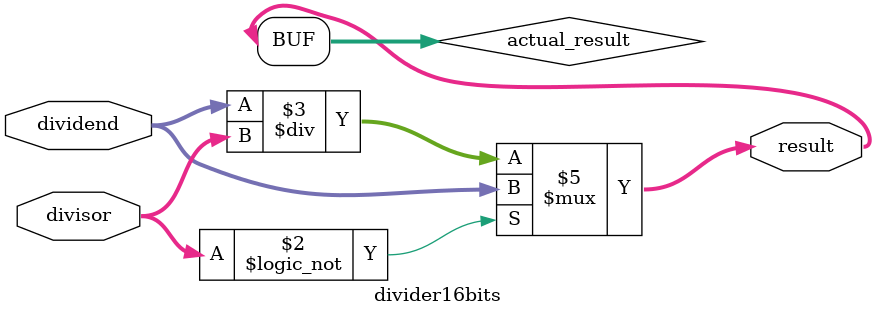
<source format=v>
/******************************************************************
* description
*	this is a  an adder that can be parameterized in its bit-width.
*	1.0
* author:
*	dr. josé luis pizano escalante
* email:
*	luispizano@iteso.mx
* date:
*	01/03/2014
******************************************************************/

module divider16bits
(
	input [15:0] dividend,
	input [15:0] divisor,
	
	output [15:0] result
);

reg [15:0] actual_result;

always@(dividend or divisor) begin
	if (divisor == 0)
		actual_result = dividend; // por conveniencia decido dejar sin cambiar el dividend, util para offset de 0($reg)
	else 
		actual_result = dividend / divisor;
end

assign result[15] = actual_result[15];
assign result[14] = actual_result[14];
assign result[13] = actual_result[13];
assign result[12] = actual_result[12];
assign result[11] = actual_result[11];
assign result[10] = actual_result[10];
assign result[09] = actual_result[09];
assign result[08] = actual_result[08];
assign result[07] = actual_result[07];
assign result[06] = actual_result[06];
assign result[05] = actual_result[05];
assign result[04] = actual_result[04];
assign result[03] = actual_result[03];
assign result[02] = actual_result[02];
assign result[01] = actual_result[01];
assign result[00] = actual_result[00];

endmodule
//adder32
</source>
